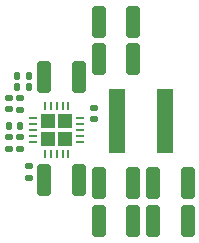
<source format=gtp>
%TF.GenerationSoftware,KiCad,Pcbnew,7.0.1*%
%TF.CreationDate,2023-05-11T16:23:10+02:00*%
%TF.ProjectId,Generic_Buck_Converter,47656e65-7269-4635-9f42-75636b5f436f,rev?*%
%TF.SameCoordinates,Original*%
%TF.FileFunction,Paste,Top*%
%TF.FilePolarity,Positive*%
%FSLAX46Y46*%
G04 Gerber Fmt 4.6, Leading zero omitted, Abs format (unit mm)*
G04 Created by KiCad (PCBNEW 7.0.1) date 2023-05-11 16:23:10*
%MOMM*%
%LPD*%
G01*
G04 APERTURE LIST*
G04 Aperture macros list*
%AMRoundRect*
0 Rectangle with rounded corners*
0 $1 Rounding radius*
0 $2 $3 $4 $5 $6 $7 $8 $9 X,Y pos of 4 corners*
0 Add a 4 corners polygon primitive as box body*
4,1,4,$2,$3,$4,$5,$6,$7,$8,$9,$2,$3,0*
0 Add four circle primitives for the rounded corners*
1,1,$1+$1,$2,$3*
1,1,$1+$1,$4,$5*
1,1,$1+$1,$6,$7*
1,1,$1+$1,$8,$9*
0 Add four rect primitives between the rounded corners*
20,1,$1+$1,$2,$3,$4,$5,0*
20,1,$1+$1,$4,$5,$6,$7,0*
20,1,$1+$1,$6,$7,$8,$9,0*
20,1,$1+$1,$8,$9,$2,$3,0*%
G04 Aperture macros list end*
%ADD10RoundRect,0.135000X0.135000X0.185000X-0.135000X0.185000X-0.135000X-0.185000X0.135000X-0.185000X0*%
%ADD11RoundRect,0.250000X-0.325000X-1.100000X0.325000X-1.100000X0.325000X1.100000X-0.325000X1.100000X0*%
%ADD12RoundRect,0.250000X0.325000X1.100000X-0.325000X1.100000X-0.325000X-1.100000X0.325000X-1.100000X0*%
%ADD13R,1.430000X5.500000*%
%ADD14RoundRect,0.135000X-0.185000X0.135000X-0.185000X-0.135000X0.185000X-0.135000X0.185000X0.135000X0*%
%ADD15RoundRect,0.140000X0.170000X-0.140000X0.170000X0.140000X-0.170000X0.140000X-0.170000X-0.140000X0*%
%ADD16RoundRect,0.135000X0.185000X-0.135000X0.185000X0.135000X-0.185000X0.135000X-0.185000X-0.135000X0*%
%ADD17RoundRect,0.140000X-0.170000X0.140000X-0.170000X-0.140000X0.170000X-0.140000X0.170000X0.140000X0*%
%ADD18RoundRect,0.140000X0.140000X0.170000X-0.140000X0.170000X-0.140000X-0.170000X0.140000X-0.170000X0*%
%ADD19RoundRect,0.250000X0.380000X-0.380000X0.380000X0.380000X-0.380000X0.380000X-0.380000X-0.380000X0*%
%ADD20RoundRect,0.250000X-0.380000X0.380000X-0.380000X-0.380000X0.380000X-0.380000X0.380000X0.380000X0*%
%ADD21RoundRect,0.062500X-0.062500X0.300000X-0.062500X-0.300000X0.062500X-0.300000X0.062500X0.300000X0*%
%ADD22RoundRect,0.062500X-0.300000X0.062500X-0.300000X-0.062500X0.300000X-0.062500X0.300000X0.062500X0*%
G04 APERTURE END LIST*
D10*
X103000000Y-107300000D03*
X101980000Y-107300000D03*
D11*
X113475000Y-119600000D03*
X116425000Y-119600000D03*
D12*
X111825000Y-119600000D03*
X108875000Y-119600000D03*
D10*
X103000000Y-108250000D03*
X101980000Y-108250000D03*
D12*
X111825000Y-105900000D03*
X108875000Y-105900000D03*
D13*
X110430000Y-111150000D03*
X114470000Y-111150000D03*
D14*
X102200000Y-109140000D03*
X102200000Y-110160000D03*
D11*
X113475000Y-116400000D03*
X116425000Y-116400000D03*
X104275000Y-116100000D03*
X107225000Y-116100000D03*
D15*
X101250000Y-110130000D03*
X101250000Y-109170000D03*
D11*
X104275000Y-107400000D03*
X107225000Y-107400000D03*
D16*
X102200000Y-113460000D03*
X102200000Y-112440000D03*
D17*
X108450000Y-109970000D03*
X108450000Y-110930000D03*
D18*
X102230000Y-111550000D03*
X101270000Y-111550000D03*
D12*
X111825000Y-116400000D03*
X108875000Y-116400000D03*
D14*
X102950000Y-114940000D03*
X102950000Y-115960000D03*
D19*
X106050000Y-111150000D03*
D20*
X104600000Y-111150000D03*
X106050000Y-112600000D03*
X104600000Y-112600000D03*
D21*
X106325000Y-109862500D03*
X105825000Y-109862500D03*
X105325000Y-109862500D03*
X104825000Y-109862500D03*
X104325000Y-109862500D03*
D22*
X103312500Y-110875000D03*
X103312500Y-111375000D03*
X103312500Y-111875000D03*
X103312500Y-112375000D03*
X103312500Y-112875000D03*
D21*
X104325000Y-113887500D03*
X104825000Y-113887500D03*
X105325000Y-113887500D03*
X105825000Y-113887500D03*
X106325000Y-113887500D03*
D22*
X107337500Y-112875000D03*
X107337500Y-112375000D03*
X107337500Y-111875000D03*
X107337500Y-111375000D03*
X107337500Y-110875000D03*
D14*
X101250000Y-112440000D03*
X101250000Y-113460000D03*
D12*
X111825000Y-102700000D03*
X108875000Y-102700000D03*
M02*

</source>
